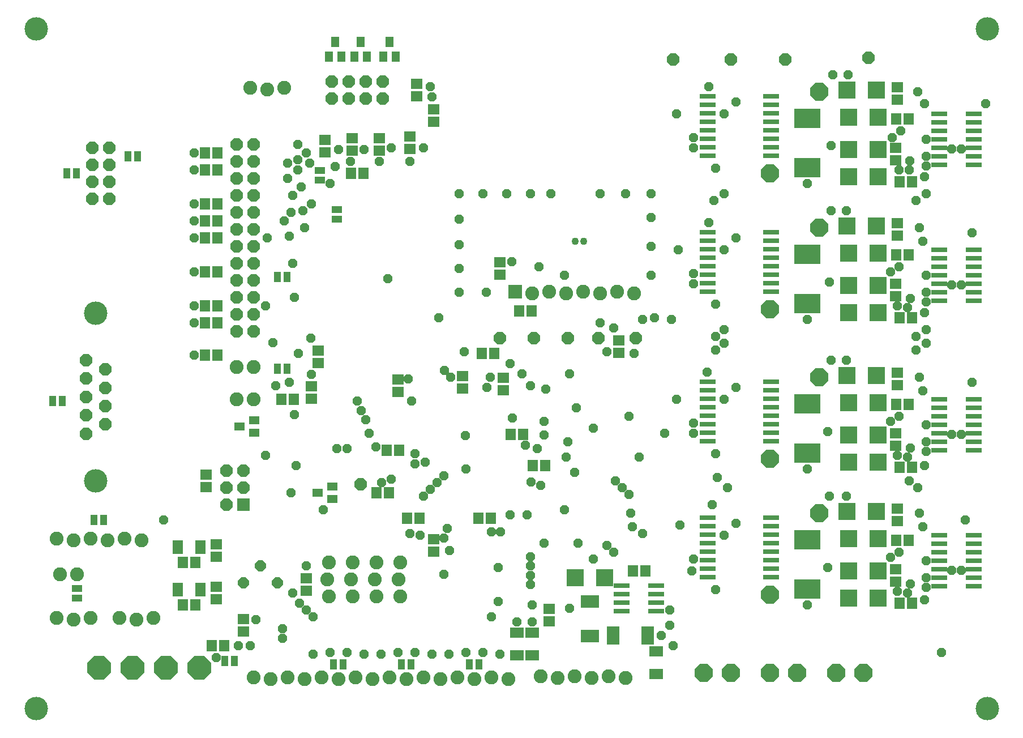
<source format=gbs>
G75*
G70*
%OFA0B0*%
%FSLAX24Y24*%
%IPPOS*%
%LPD*%
%AMOC8*
5,1,8,0,0,1.08239X$1,22.5*
%
%ADD10R,0.0671X0.0592*%
%ADD11OC8,0.1080*%
%ADD12R,0.0946X0.0316*%
%ADD13R,0.0592X0.0671*%
%ADD14R,0.1080X0.0780*%
%ADD15R,0.0780X0.1080*%
%ADD16R,0.1025X0.1025*%
%ADD17C,0.0820*%
%ADD18R,0.0820X0.0820*%
%ADD19R,0.0740X0.0740*%
%ADD20OC8,0.0740*%
%ADD21R,0.0631X0.0474*%
%ADD22OC8,0.0720*%
%ADD23R,0.0474X0.0631*%
%ADD24R,0.0200X0.0410*%
%ADD25R,0.0410X0.0200*%
%ADD26R,0.0789X0.0631*%
%ADD27R,0.1576X0.1182*%
%ADD28C,0.1380*%
%ADD29OC8,0.1380*%
%ADD30OC8,0.0640*%
%ADD31R,0.0631X0.0789*%
%ADD32C,0.0430*%
%ADD33OC8,0.0520*%
D10*
X012782Y008615D03*
X012782Y009363D03*
X012782Y011115D03*
X012782Y011863D03*
X012182Y015215D03*
X012182Y015963D03*
X018382Y020415D03*
X018382Y021163D03*
X018782Y022515D03*
X018782Y023263D03*
X023482Y021563D03*
X023482Y020815D03*
X027282Y021015D03*
X027282Y021763D03*
X029682Y021663D03*
X029682Y020915D03*
X036482Y023115D03*
X036482Y023863D03*
X029482Y027715D03*
X029482Y028463D03*
X022382Y035015D03*
X022382Y035763D03*
X020782Y035763D03*
X020782Y035015D03*
X019182Y034915D03*
X019182Y035663D03*
X024182Y035863D03*
X024182Y035115D03*
X025582Y036715D03*
X025582Y037463D03*
X024582Y038215D03*
X024582Y038963D03*
X052882Y038763D03*
X052882Y038015D03*
X052782Y035213D03*
X052782Y034465D03*
X052882Y030763D03*
X052882Y030015D03*
X052782Y027213D03*
X052782Y026465D03*
X052882Y021963D03*
X052882Y021215D03*
X052782Y018413D03*
X052782Y017665D03*
X052882Y013963D03*
X052882Y013215D03*
X052782Y010413D03*
X052782Y009665D03*
X032382Y008063D03*
X032382Y007315D03*
X025582Y011415D03*
X025582Y012163D03*
X018082Y009863D03*
X018082Y009115D03*
X014382Y007463D03*
X014382Y006715D03*
D11*
X041482Y004289D03*
X043082Y004289D03*
X045382Y004289D03*
X046982Y004289D03*
X049282Y004289D03*
X050882Y004289D03*
X045382Y008889D03*
X048282Y013689D03*
X045382Y016889D03*
X048282Y021689D03*
X045382Y025689D03*
X048282Y030489D03*
X045382Y033689D03*
X048282Y038489D03*
D12*
X045452Y038239D03*
X045452Y037739D03*
X045452Y037239D03*
X045452Y036739D03*
X045452Y036239D03*
X045452Y035739D03*
X045452Y035239D03*
X045452Y034739D03*
X041712Y034739D03*
X041712Y035239D03*
X041712Y035739D03*
X041712Y036239D03*
X041712Y036739D03*
X041712Y037239D03*
X041712Y037739D03*
X041712Y038239D03*
X041712Y030239D03*
X041712Y029739D03*
X041712Y029239D03*
X041712Y028739D03*
X041712Y028239D03*
X041712Y027739D03*
X041712Y027239D03*
X041712Y026739D03*
X045452Y026739D03*
X045452Y027239D03*
X045452Y027739D03*
X045452Y028239D03*
X045452Y028739D03*
X045452Y029239D03*
X045452Y029739D03*
X045452Y030239D03*
X055358Y029189D03*
X055358Y028689D03*
X055358Y028189D03*
X055358Y027689D03*
X055358Y027189D03*
X055358Y026689D03*
X055358Y026189D03*
X057405Y026189D03*
X057405Y026689D03*
X057405Y027189D03*
X057405Y027689D03*
X057405Y028189D03*
X057405Y028689D03*
X057405Y029189D03*
X057405Y034189D03*
X057405Y034689D03*
X057405Y035189D03*
X057405Y035689D03*
X057405Y036189D03*
X057405Y036689D03*
X057405Y037189D03*
X055358Y037189D03*
X055358Y036689D03*
X055358Y036189D03*
X055358Y035689D03*
X055358Y035189D03*
X055358Y034689D03*
X055358Y034189D03*
X045452Y021439D03*
X045452Y020939D03*
X045452Y020439D03*
X045452Y019939D03*
X045452Y019439D03*
X045452Y018939D03*
X045452Y018439D03*
X045452Y017939D03*
X041712Y017939D03*
X041712Y018439D03*
X041712Y018939D03*
X041712Y019439D03*
X041712Y019939D03*
X041712Y020439D03*
X041712Y020939D03*
X041712Y021439D03*
X041712Y013439D03*
X041712Y012939D03*
X041712Y012439D03*
X041712Y011939D03*
X041712Y011439D03*
X041712Y010939D03*
X041712Y010439D03*
X041712Y009939D03*
X038705Y009439D03*
X038705Y008939D03*
X038705Y008439D03*
X038705Y007939D03*
X036658Y007939D03*
X036658Y008439D03*
X036658Y008939D03*
X036658Y009439D03*
X045452Y009939D03*
X045452Y010439D03*
X045452Y010939D03*
X045452Y011439D03*
X045452Y011939D03*
X045452Y012439D03*
X045452Y012939D03*
X045452Y013439D03*
X055358Y012389D03*
X055358Y011889D03*
X055358Y011389D03*
X055358Y010889D03*
X055358Y010389D03*
X055358Y009889D03*
X055358Y009389D03*
X057405Y009389D03*
X057405Y009889D03*
X057405Y010389D03*
X057405Y010889D03*
X057405Y011389D03*
X057405Y011889D03*
X057405Y012389D03*
X057405Y017389D03*
X057405Y017889D03*
X057405Y018389D03*
X057405Y018889D03*
X057405Y019389D03*
X057405Y019889D03*
X057405Y020389D03*
X055358Y020389D03*
X055358Y019889D03*
X055358Y019389D03*
X055358Y018889D03*
X055358Y018389D03*
X055358Y017889D03*
X055358Y017389D03*
D13*
X053756Y016389D03*
X053008Y016389D03*
X052808Y020089D03*
X053556Y020089D03*
X053756Y025189D03*
X053008Y025189D03*
X052808Y028889D03*
X053556Y028889D03*
X053756Y033189D03*
X053008Y033189D03*
X052808Y036889D03*
X053556Y036889D03*
X031356Y025589D03*
X030608Y025589D03*
X029156Y023089D03*
X028408Y023089D03*
X030108Y018339D03*
X030856Y018339D03*
X031408Y016489D03*
X032156Y016489D03*
X028956Y013389D03*
X028208Y013389D03*
X024756Y013389D03*
X024008Y013389D03*
X022956Y014889D03*
X022208Y014889D03*
X022808Y017389D03*
X023556Y017389D03*
X017356Y020389D03*
X016608Y020389D03*
X012856Y022989D03*
X012108Y022989D03*
X012108Y024889D03*
X012856Y024889D03*
X012856Y025889D03*
X012108Y025889D03*
X012108Y027889D03*
X012856Y027889D03*
X012856Y029889D03*
X012108Y029889D03*
X012108Y030889D03*
X012856Y030889D03*
X012856Y031889D03*
X012108Y031889D03*
X012108Y033889D03*
X012856Y033889D03*
X012856Y034889D03*
X012108Y034889D03*
X020708Y033689D03*
X021456Y033689D03*
X011556Y010789D03*
X010808Y010789D03*
X010808Y008289D03*
X011556Y008289D03*
X012508Y005889D03*
X013256Y005889D03*
X037308Y010289D03*
X038056Y010289D03*
X052808Y012089D03*
X053556Y012089D03*
X053756Y008389D03*
X053008Y008389D03*
D14*
X034782Y008509D03*
X034782Y006469D03*
D15*
X036162Y006489D03*
X038202Y006489D03*
D16*
X035648Y009889D03*
X033916Y009889D03*
X050016Y010289D03*
X051748Y010289D03*
X051748Y008689D03*
X050016Y008689D03*
X050016Y012189D03*
X051748Y012189D03*
X051648Y013789D03*
X049916Y013789D03*
X050016Y016689D03*
X051748Y016689D03*
X051748Y018289D03*
X050016Y018289D03*
X050016Y020189D03*
X051748Y020189D03*
X051648Y021789D03*
X049916Y021789D03*
X050016Y025489D03*
X051748Y025489D03*
X051748Y027089D03*
X050016Y027089D03*
X050016Y028989D03*
X049916Y030589D03*
X051648Y030589D03*
X051748Y028989D03*
X051748Y033489D03*
X050016Y033489D03*
X050016Y035089D03*
X051748Y035089D03*
X051748Y036989D03*
X051648Y038589D03*
X049916Y038589D03*
X050016Y036989D03*
D17*
X037382Y026639D03*
X036382Y026739D03*
X035382Y026639D03*
X034382Y026739D03*
X033382Y026639D03*
X032382Y026739D03*
X031382Y026639D03*
X014982Y022289D03*
X013982Y022289D03*
X013982Y020389D03*
X014982Y020389D03*
X008382Y012089D03*
X007382Y012189D03*
X006382Y012089D03*
X005382Y012189D03*
X004382Y012089D03*
X003382Y012189D03*
X003582Y010089D03*
X004582Y010089D03*
X004382Y007439D03*
X005382Y007539D03*
X007082Y007539D03*
X008082Y007439D03*
X009082Y007539D03*
X014982Y004039D03*
X015982Y003939D03*
X016982Y004039D03*
X017982Y003939D03*
X018982Y004039D03*
X019982Y003939D03*
X020982Y004039D03*
X021982Y003939D03*
X022982Y004039D03*
X023982Y003939D03*
X024982Y004039D03*
X025982Y003939D03*
X026982Y004039D03*
X027982Y003939D03*
X028982Y004039D03*
X029982Y003939D03*
X031882Y004089D03*
X032882Y003989D03*
X033882Y004089D03*
X034882Y003989D03*
X035882Y004089D03*
X036882Y003989D03*
X023632Y008789D03*
X023532Y009789D03*
X023632Y010789D03*
X022232Y010789D03*
X022132Y009789D03*
X020732Y009789D03*
X020832Y010789D03*
X019432Y010789D03*
X019332Y009789D03*
X019432Y008789D03*
X020832Y008789D03*
X022232Y008789D03*
X003382Y007539D03*
X014782Y038739D03*
X015782Y038639D03*
X016782Y038739D03*
D18*
X030382Y026739D03*
D19*
X014382Y014189D03*
D20*
X013382Y014189D03*
X013382Y015189D03*
X014382Y015189D03*
X014382Y016189D03*
X013382Y016189D03*
D21*
X015015Y018415D03*
X014149Y018789D03*
X015015Y019163D03*
X019615Y015263D03*
X018749Y014889D03*
X019615Y014515D03*
D22*
X021282Y015389D03*
X014982Y024389D03*
X013982Y024389D03*
X013982Y025389D03*
X014982Y025389D03*
X014982Y026389D03*
X013982Y026389D03*
X013982Y027389D03*
X014982Y027389D03*
X014982Y028389D03*
X013982Y028389D03*
X013982Y029389D03*
X014982Y029389D03*
X014982Y030389D03*
X013982Y030389D03*
X013982Y031389D03*
X014982Y031389D03*
X014982Y032389D03*
X013982Y032389D03*
X013982Y033389D03*
X014982Y033389D03*
X014982Y034389D03*
X013982Y034389D03*
X013982Y035389D03*
X014982Y035389D03*
X019582Y038089D03*
X020582Y038089D03*
X021582Y038089D03*
X022582Y038089D03*
X022582Y039089D03*
X021582Y039089D03*
X020582Y039089D03*
X019582Y039089D03*
X006482Y035189D03*
X005482Y035189D03*
X005482Y034189D03*
X006482Y034189D03*
X006482Y033189D03*
X005482Y033189D03*
X005482Y032189D03*
X006482Y032189D03*
X005122Y022699D03*
X006242Y022159D03*
X006242Y021079D03*
X006242Y019999D03*
X005122Y019459D03*
X005122Y018379D03*
X006242Y018919D03*
X005122Y020539D03*
X005122Y021619D03*
X029482Y023989D03*
X031482Y023989D03*
X033482Y023989D03*
X035282Y023989D03*
X037482Y023989D03*
X039682Y040389D03*
X043082Y040389D03*
X046282Y040389D03*
X051182Y040489D03*
D23*
X023356Y040556D03*
X022608Y040556D03*
X022982Y041422D03*
X021656Y040556D03*
X020908Y040556D03*
X020156Y040556D03*
X019408Y040556D03*
X019782Y041422D03*
X021282Y041422D03*
D24*
X019082Y033874D03*
X018882Y033874D03*
X018682Y033874D03*
X018682Y033304D03*
X018882Y033304D03*
X019082Y033304D03*
X019682Y031574D03*
X019882Y031574D03*
X020082Y031574D03*
X020082Y031004D03*
X019882Y031004D03*
X019682Y031004D03*
X004782Y009274D03*
X004582Y009274D03*
X004382Y009274D03*
X004382Y008704D03*
X004582Y008704D03*
X004782Y008704D03*
D25*
X005597Y013089D03*
X005597Y013289D03*
X005597Y013489D03*
X006167Y013489D03*
X006167Y013289D03*
X006167Y013089D03*
X003717Y020089D03*
X003717Y020289D03*
X003717Y020489D03*
X003147Y020489D03*
X003147Y020289D03*
X003147Y020089D03*
X016397Y021989D03*
X016397Y022189D03*
X016397Y022389D03*
X016967Y022389D03*
X016967Y022189D03*
X016967Y021989D03*
X016967Y027389D03*
X016967Y027589D03*
X016967Y027789D03*
X016397Y027789D03*
X016397Y027589D03*
X016397Y027389D03*
X008167Y034489D03*
X008167Y034689D03*
X008167Y034889D03*
X007597Y034889D03*
X007597Y034689D03*
X007597Y034489D03*
X004567Y033889D03*
X004567Y033689D03*
X004567Y033489D03*
X003997Y033489D03*
X003997Y033689D03*
X003997Y033889D03*
X013297Y005189D03*
X013297Y004989D03*
X013297Y004789D03*
X013867Y004789D03*
X013867Y004989D03*
X013867Y005189D03*
X019697Y004989D03*
X019697Y004789D03*
X019697Y004589D03*
X020267Y004589D03*
X020267Y004789D03*
X020267Y004989D03*
X023697Y004989D03*
X023697Y004789D03*
X023697Y004589D03*
X024267Y004589D03*
X024267Y004789D03*
X024267Y004989D03*
X027697Y004989D03*
X027697Y004789D03*
X027697Y004589D03*
X028267Y004589D03*
X028267Y004789D03*
X028267Y004989D03*
D26*
X030482Y005320D03*
X031382Y005320D03*
X031382Y006659D03*
X030482Y006659D03*
X038682Y005559D03*
X038682Y004220D03*
D27*
X047582Y009233D03*
X047582Y012146D03*
X047582Y017233D03*
X047582Y020146D03*
X047582Y026033D03*
X047582Y028946D03*
X047582Y034033D03*
X047582Y036946D03*
D28*
X002182Y002189D03*
X005682Y015609D03*
X005682Y025469D03*
X002182Y042189D03*
X058182Y042189D03*
X058182Y002189D03*
D29*
X011792Y004589D03*
X009822Y004589D03*
X007852Y004589D03*
X005882Y004589D03*
D30*
X014382Y009589D03*
X015382Y010589D03*
X016382Y009589D03*
D31*
X011851Y009189D03*
X010512Y009189D03*
X010512Y011689D03*
X011851Y011689D03*
D32*
X033932Y029689D03*
X034432Y029689D03*
D33*
X033282Y027689D03*
X031782Y028189D03*
X030182Y028489D03*
X028682Y026689D03*
X027082Y026689D03*
X027082Y028089D03*
X027082Y029489D03*
X027082Y030989D03*
X027082Y032489D03*
X028482Y032489D03*
X029882Y032489D03*
X031282Y032489D03*
X032482Y032489D03*
X035382Y032489D03*
X036882Y032489D03*
X038382Y032489D03*
X038382Y031089D03*
X038382Y029389D03*
X039982Y029189D03*
X040882Y027789D03*
X040882Y027189D03*
X042182Y025989D03*
X042682Y024489D03*
X042182Y024089D03*
X042682Y023689D03*
X042182Y023289D03*
X041682Y021989D03*
X043382Y021089D03*
X042682Y020389D03*
X040882Y018989D03*
X040882Y018389D03*
X039182Y018389D03*
X037682Y016989D03*
X036282Y015589D03*
X036682Y015189D03*
X037082Y014789D03*
X037182Y013689D03*
X037282Y012889D03*
X037882Y012489D03*
X036182Y011389D03*
X035782Y011789D03*
X034982Y010989D03*
X034082Y011939D03*
X032082Y011939D03*
X031282Y011139D03*
X031282Y010589D03*
X031282Y010039D03*
X031282Y009489D03*
X031382Y008289D03*
X031382Y007289D03*
X030482Y007289D03*
X028982Y007589D03*
X029382Y008489D03*
X029382Y010489D03*
X029532Y012589D03*
X028982Y012589D03*
X030082Y013589D03*
X031082Y013589D03*
X031882Y015339D03*
X031332Y015539D03*
X031682Y017489D03*
X030982Y017689D03*
X032082Y018289D03*
X032082Y019089D03*
X033482Y017889D03*
X033382Y016989D03*
X033882Y016089D03*
X033282Y013889D03*
X027485Y016292D03*
X026182Y015889D03*
X025782Y015489D03*
X025382Y015089D03*
X024982Y014689D03*
X023082Y015689D03*
X022532Y015489D03*
X024482Y016589D03*
X024482Y017189D03*
X025082Y016689D03*
X027453Y018261D03*
X030232Y019289D03*
X031282Y021189D03*
X030782Y021889D03*
X030082Y022489D03*
X028932Y021689D03*
X028732Y021089D03*
X026607Y021714D03*
X026232Y022089D03*
X027382Y023189D03*
X025882Y025189D03*
X022882Y027489D03*
X018362Y023999D03*
X017632Y023089D03*
X018402Y021879D03*
X017082Y021389D03*
X016282Y021189D03*
X017382Y019489D03*
X019882Y017489D03*
X020482Y017489D03*
X021782Y018389D03*
X021582Y019189D03*
X021332Y019739D03*
X021082Y020289D03*
X024082Y021589D03*
X024282Y020289D03*
X022182Y017589D03*
X019082Y013889D03*
X017182Y014889D03*
X017482Y016489D03*
X015682Y017089D03*
X009682Y013289D03*
X017282Y008989D03*
X017682Y008389D03*
X018082Y007989D03*
X018482Y007589D03*
X016682Y006889D03*
X016682Y006339D03*
X015132Y007439D03*
X014782Y005889D03*
X014082Y005889D03*
X012782Y005189D03*
X018482Y005389D03*
X019482Y005489D03*
X020482Y005489D03*
X021482Y005389D03*
X022482Y005389D03*
X023482Y005489D03*
X024482Y005489D03*
X025482Y005389D03*
X026482Y005389D03*
X027482Y005489D03*
X028482Y005489D03*
X029482Y005389D03*
X033582Y008089D03*
X038982Y006489D03*
X039482Y007089D03*
X039682Y005889D03*
X039482Y007989D03*
X042182Y009189D03*
X040782Y010289D03*
X040882Y010989D03*
X042682Y012389D03*
X043382Y013089D03*
X041982Y014189D03*
X042882Y015189D03*
X042282Y015789D03*
X042182Y017189D03*
X039882Y020389D03*
X037082Y019389D03*
X034982Y018689D03*
X033982Y019889D03*
X032182Y020989D03*
X033582Y021889D03*
X035782Y023189D03*
X037382Y023089D03*
X036182Y024589D03*
X035382Y024889D03*
X037882Y025089D03*
X038582Y025189D03*
X039582Y025089D03*
X038382Y027689D03*
X042682Y029189D03*
X043382Y029889D03*
X041782Y030789D03*
X042082Y032089D03*
X042682Y032489D03*
X042182Y033989D03*
X040882Y035189D03*
X040882Y035789D03*
X039882Y037189D03*
X041782Y038789D03*
X043382Y037889D03*
X042682Y037189D03*
X047582Y033089D03*
X048982Y031489D03*
X049882Y031489D03*
X052982Y033889D03*
X053582Y033889D03*
X053632Y034439D03*
X054607Y034689D03*
X054607Y034139D03*
X054482Y033489D03*
X054582Y032489D03*
X053982Y032089D03*
X054182Y030489D03*
X054382Y029689D03*
X052982Y028189D03*
X052482Y027889D03*
X053657Y026339D03*
X053482Y025789D03*
X052882Y025889D03*
X054482Y025489D03*
X054607Y026139D03*
X054607Y026689D03*
X054607Y027689D03*
X056107Y027139D03*
X056657Y027139D03*
X054582Y024489D03*
X053982Y024089D03*
X054582Y023689D03*
X053982Y023289D03*
X054182Y021689D03*
X054382Y020889D03*
X052982Y019389D03*
X052482Y019089D03*
X053657Y017539D03*
X053482Y016989D03*
X052882Y017089D03*
X053582Y015589D03*
X054082Y015189D03*
X054482Y016489D03*
X054607Y017339D03*
X054607Y017889D03*
X054607Y018889D03*
X056107Y018339D03*
X056657Y018339D03*
X057282Y021389D03*
X049882Y022689D03*
X048982Y022689D03*
X047582Y025089D03*
X048882Y027289D03*
X057282Y030189D03*
X056657Y035139D03*
X056107Y035139D03*
X054607Y035689D03*
X053082Y036189D03*
X052582Y035789D03*
X054482Y037789D03*
X054082Y038489D03*
X058082Y037789D03*
X049982Y039489D03*
X049082Y039489D03*
X048982Y035339D03*
X048782Y018489D03*
X047582Y016289D03*
X048882Y014689D03*
X049882Y014689D03*
X054182Y013689D03*
X054382Y012889D03*
X052982Y011389D03*
X052482Y011089D03*
X053657Y009539D03*
X053482Y008989D03*
X052882Y009089D03*
X054482Y008589D03*
X054607Y009339D03*
X054607Y009889D03*
X054607Y010889D03*
X056107Y010339D03*
X056657Y010339D03*
X056882Y013289D03*
X048782Y010489D03*
X047582Y008289D03*
X040082Y012989D03*
X026532Y011489D03*
X026182Y012239D03*
X026382Y012789D03*
X024806Y012389D03*
X024182Y012489D03*
X026182Y010089D03*
X018082Y010589D03*
X011482Y022989D03*
X011482Y024889D03*
X011482Y025889D03*
X011482Y027889D03*
X011482Y029889D03*
X011482Y030889D03*
X011482Y031889D03*
X011482Y033889D03*
X011482Y034889D03*
X016982Y034289D03*
X017582Y034489D03*
X017582Y033889D03*
X016982Y033389D03*
X017782Y032889D03*
X017282Y032389D03*
X017182Y031389D03*
X016782Y030889D03*
X017082Y029989D03*
X017982Y030489D03*
X017882Y031489D03*
X018382Y031889D03*
X019482Y033089D03*
X019782Y034089D03*
X020682Y034389D03*
X019982Y035089D03*
X021482Y035089D03*
X022382Y034389D03*
X023082Y035189D03*
X024182Y034389D03*
X024982Y035189D03*
X025482Y038189D03*
X025382Y038789D03*
X018282Y034289D03*
X018082Y034889D03*
X017582Y035389D03*
X015782Y029889D03*
X017282Y028389D03*
X017382Y026389D03*
X015682Y025889D03*
X016112Y023719D03*
X055482Y005489D03*
M02*

</source>
